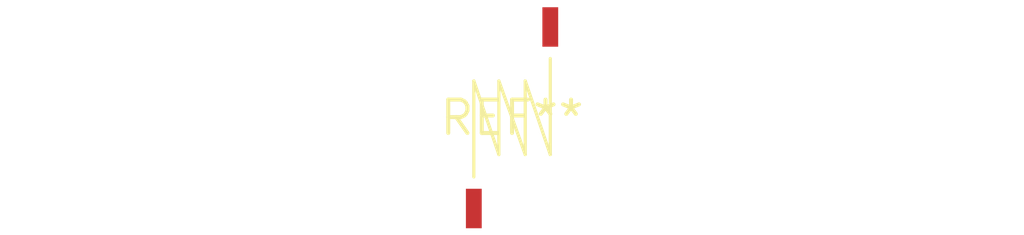
<source format=kicad_pcb>
(kicad_pcb (version 20240108) (generator pcbnew)
  (layers (0 "F.Cu" signal) (31 "B.Cu" signal) (34 "B.Paste" user) (35 "F.Paste" user) (36 "B.SilkS" user "B.Silkscreen") (37 "F.SilkS" user "F.Silkscreen") (38 "B.Mask" user) (39 "F.Mask" user) (44 "Edge.Cuts" user))
  (net 0 "")
  (footprint "L_Neosid_Air-Coil_SML_3turn_HDM0331A" (layer "F.Cu") (at 0 0)
    (property "Reference" "REF**")
    (property "Value" "L_Neosid_Air-Coil_SML_3turn_HDM0331A")
    (fp_line (start -1.45 -1.4) (end -1.45 2.25) (layer "F.SilkS") (stroke (width 0.12)))
    (fp_line (start -1.45 -1.4) (end -0.5 1.4) (layer "F.SilkS") (stroke (width 0.12)))
    (fp_line (start -0.5 -1.4) (end -0.5 1.4) (layer "F.SilkS") (stroke (width 0.12)))
    (fp_line (start -0.5 -1.4) (end 0.5 1.4) (layer "F.SilkS") (stroke (width 0.12)))
    (fp_line (start 0.5 -1.4) (end 0.5 1.4) (layer "F.SilkS") (stroke (width 0.12)))
    (fp_line (start 0.5 -1.4) (end 1.45 1.4) (layer "F.SilkS") (stroke (width 0.12)))
    (fp_line (start 1.45 1.4) (end 1.45 -2.25) (layer "F.SilkS") (stroke (width 0.12)))
    (pad "1" smd rect (at -1.45 3.45) (size 0.6 1.5) (layers "F.Cu" "F.Paste" "F.Mask"))
    (pad "2" smd rect (at 1.45 -3.45) (size 0.6 1.5) (layers "F.Cu" "F.Paste" "F.Mask"))
  )
)
</source>
